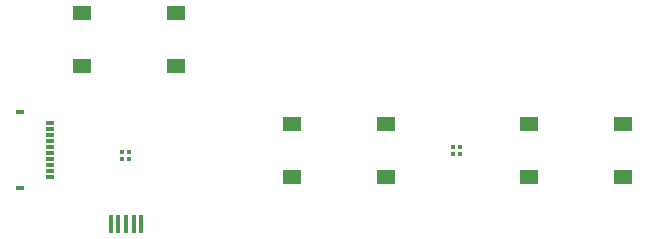
<source format=gtp>
G04 Layer_Color=8421504*
%FSLAX44Y44*%
%MOMM*%
G71*
G01*
G75*
%ADD10R,0.4500X1.5000*%
%ADD11R,0.8000X0.4000*%
%ADD12R,0.8000X0.3000*%
%ADD13R,0.4000X0.4000*%
%ADD14R,1.5500X1.3000*%
D10*
X-293670Y-63550D02*
D03*
X-287170D02*
D03*
X-280670D02*
D03*
X-274170D02*
D03*
X-267670D02*
D03*
D11*
X-370330Y31930D02*
D03*
Y-33070D02*
D03*
D12*
X-345330Y21930D02*
D03*
Y16930D02*
D03*
Y11930D02*
D03*
Y6930D02*
D03*
Y1930D02*
D03*
Y-3070D02*
D03*
Y-8070D02*
D03*
Y-13070D02*
D03*
Y-18070D02*
D03*
Y-23070D02*
D03*
D13*
X2240Y-3570D02*
D03*
X-3760D02*
D03*
Y2430D02*
D03*
X2240D02*
D03*
X-278480Y-8540D02*
D03*
X-284480D02*
D03*
Y-2540D02*
D03*
X-278480D02*
D03*
D14*
X-238380Y70210D02*
D03*
X-317880D02*
D03*
X-238380Y115210D02*
D03*
X-317880D02*
D03*
X-60580Y-23770D02*
D03*
X-140080D02*
D03*
X-60580Y21230D02*
D03*
X-140080D02*
D03*
X139750Y-23770D02*
D03*
X60250D02*
D03*
X139750Y21230D02*
D03*
X60250D02*
D03*
M02*

</source>
